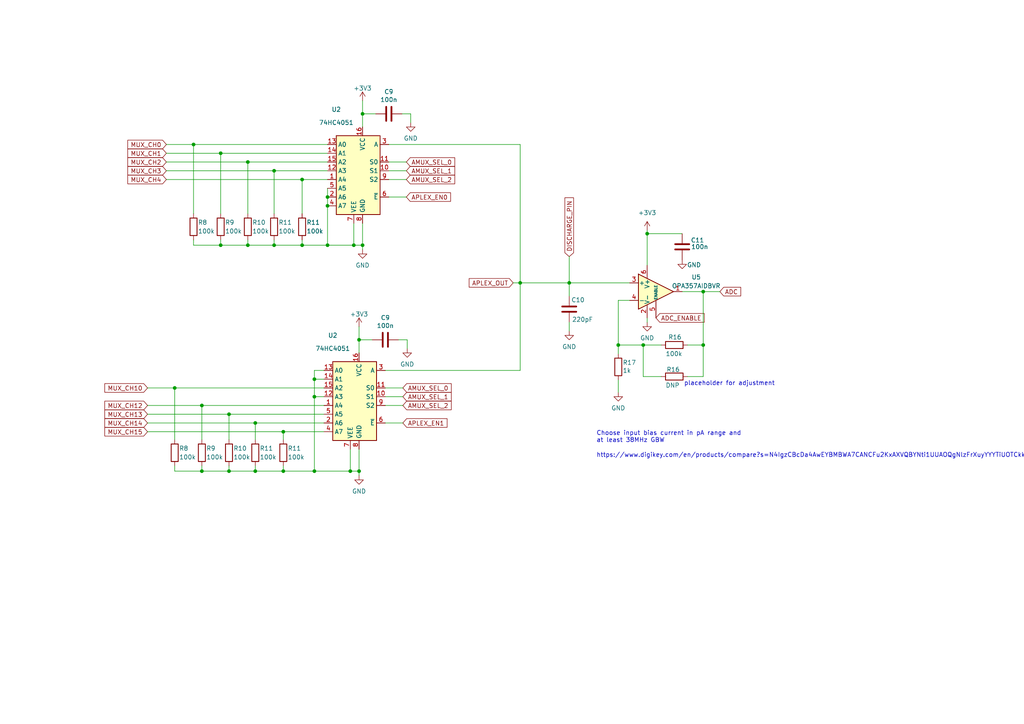
<source format=kicad_sch>
(kicad_sch (version 20230121) (generator eeschema)
  (paper "A4")
  (title_block (title "Le Capybara") (date "2023-09-01") (rev "0.2") (company "sporkus"))
  (lib_symbols
    (symbol "74xx:74HC4051"
      (property "Reference" "U" (at -5.08 11.43 0))
      (property "Value" "74HC4051" (at -7.62 -13.97 0))
      (symbol "74HC4051_0_1"
        (rectangle (start -5.08 10.16) (end 7.62 -12.7) (stroke (width 0.254)) (fill (type background)))
      )
      (symbol "74HC4051_1_1"
        (pin passive line (at 10.16 -2.54 180) (length 2.54) (name "A4") (number "1"))
        (pin input line (at -7.62 0 0) (length 2.54) (name "S1") (number "10"))
        (pin input line (at -7.62 2.54 0) (length 2.54) (name "S0") (number "11"))
        (pin passive line (at 10.16 0 180) (length 2.54) (name "A3") (number "12"))
        (pin passive line (at 10.16 7.62 180) (length 2.54) (name "A0") (number "13"))
        (pin passive line (at 10.16 5.08 180) (length 2.54) (name "A1") (number "14"))
        (pin passive line (at 10.16 2.54 180) (length 2.54) (name "A2") (number "15"))
        (pin power_in line (at 0 12.7 270) (length 2.54) (name "VCC") (number "16"))
        (pin passive line (at 10.16 -7.62 180) (length 2.54) (name "A6") (number "2"))
        (pin passive line (at -7.62 7.62 0) (length 2.54) (name "A") (number "3"))
        (pin passive line (at 10.16 -10.16 180) (length 2.54) (name "A7") (number "4"))
        (pin passive line (at 10.16 -5.08 180) (length 2.54) (name "A5") (number "5"))
        (pin input line (at -7.62 -7.62 0) (length 2.54) (name "~{E}") (number "6"))
        (pin power_in line (at 2.54 -15.24 90) (length 2.54) (name "VEE") (number "7"))
        (pin power_in line (at 0 -15.24 90) (length 2.54) (name "GND") (number "8"))
        (pin input line (at -7.62 -2.54 0) (length 2.54) (name "S2") (number "9"))
      )
    )
    (symbol "Amplifier_Operational:OPA355NA" (pin_names (offset 0.127))
      (property "Reference" "U" (at 3.81 3.81 0))
      (property "Value" "OPA355NA" (at 3.81 -3.81 0))
      (symbol "OPA355NA_0_1"
        (polyline (pts (xy -5.08 5.08) (xy 5.08 0) (xy -5.08 -5.08) (xy -5.08 5.08)) (stroke (width 0.254)) (fill (type background)))
      )
      (symbol "OPA355NA_1_1"
        (pin output line (at 7.62 0 180) (length 2.54) (name "~") (number "1"))
        (pin power_in line (at -2.54 -7.62 90) (length 3.81) (name "V-") (number "2"))
        (pin input line (at -7.62 2.54 0) (length 2.54) (name "+") (number "3"))
        (pin input line (at -7.62 -2.54 0) (length 2.54) (name "-") (number "4"))
        (pin input line (at 0 -7.62 90) (length 5.08) (name "ENABLE") (number "5"))
        (pin power_in line (at -2.54 7.62 270) (length 3.81) (name "V+") (number "6"))
      )
    )
    (symbol "Device:C" (pin_numbers hide) (pin_names (offset 0.254))
      (property "Reference" "C" (at 0.635 2.54 0))
      (property "Value" "C" (at 0.635 -2.54 0))
      (symbol "C_0_1"
        (polyline (pts (xy -2.032 -0.762) (xy 2.032 -0.762)) (stroke (width 0.508)))
        (polyline (pts (xy -2.032 0.762) (xy 2.032 0.762)) (stroke (width 0.508)))
      )
      (symbol "C_1_1"
        (pin passive line (at 0 3.81 270) (length 2.794) (name "~") (number "1"))
        (pin passive line (at 0 -3.81 90) (length 2.794) (name "~") (number "2"))
      )
    )
    (symbol "Device:R" (pin_numbers hide) (pin_names (offset 0))
      (property "Reference" "R" (at 2.032 0 90))
      (property "Value" "R" (at 0 0 90))
      (symbol "R_0_1"
        (rectangle (start -1.016 -2.54) (end 1.016 2.54) (stroke (width 0.254)))
      )
      (symbol "R_1_1"
        (pin passive line (at 0 3.81 270) (length 1.27) (name "~") (number "1"))
        (pin passive line (at 0 -3.81 90) (length 1.27) (name "~") (number "2"))
      )
    )
    (symbol "power:+3.3V" (power) (pin_names (offset 0))
      (property "Value" "+3.3V" (at 0 3.556 0))
      (symbol "+3.3V_0_1"
        (polyline (pts (xy -0.762 1.27) (xy 0 2.54)))
        (polyline (pts (xy 0 0) (xy 0 2.54)))
        (polyline (pts (xy 0 2.54) (xy 0.762 1.27)))
      )
      (symbol "+3.3V_1_1"
        (pin power_in line (at 0 0 90) (length 0) hide (name "+3V3") (number "1"))
      )
    )
    (symbol "power:GND" (power) (pin_names (offset 0))
      (property "Value" "GND" (at 0 -3.81 0))
      (symbol "GND_0_1"
        (polyline (pts (xy 0 0) (xy 0 -1.27) (xy 1.27 -1.27) (xy 0 -2.54) (xy -1.27 -1.27) (xy 0 -1.27)))
      )
      (symbol "GND_1_1"
        (pin power_in line (at 0 0 270) (length 0) hide (name "GND") (number "1"))
      )
    )
  )
  (junction (at 58.547 136.652))
  (junction (at 165.1 82.042))
  (junction (at 87.63 71.12))
  (junction (at 203.962 100.076))
  (junction (at 91.186 115.062))
  (junction (at 82.169 125.222))
  (junction (at 150.876 82.042))
  (junction (at 79.502 49.53))
  (junction (at 91.186 136.652))
  (junction (at 91.186 109.982))
  (junction (at 102.616 71.12))
  (junction (at 71.882 46.99))
  (junction (at 71.882 71.12))
  (junction (at 203.962 84.582))
  (junction (at 87.63 52.07))
  (junction (at 64.008 71.12))
  (junction (at 58.547 117.602))
  (junction (at 64.008 44.45))
  (junction (at 104.14 136.652))
  (junction (at 66.421 136.652))
  (junction (at 94.996 59.69))
  (junction (at 94.996 57.15))
  (junction (at 74.041 122.682))
  (junction (at 101.6 136.652))
  (junction (at 50.673 112.522))
  (junction (at 105.156 33.02))
  (junction (at 79.502 71.12))
  (junction (at 82.169 136.652))
  (junction (at 179.324 100.076))
  (junction (at 66.421 120.142))
  (junction (at 105.156 71.12))
  (junction (at 104.14 98.552))
  (junction (at 74.041 136.652))
  (junction (at 94.996 71.12))
  (junction (at 56.134 41.91))
  (junction (at 186.563 100.076))
  (junction (at 187.706 67.7734))
  (wire (pts (xy 74.041 122.682) (xy 93.98 122.682)))
  (wire (pts (xy 165.1 82.042) (xy 182.626 82.042)))
  (wire (pts (xy 79.502 69.596) (xy 79.502 71.12)))
  (wire (pts (xy 91.186 109.982) (xy 91.186 115.062)))
  (wire (pts (xy 94.996 52.07) (xy 87.63 52.07)))
  (wire (pts (xy 115.57 98.552) (xy 118.11 98.552)))
  (wire (pts (xy 119.126 33.02) (xy 119.126 35.56)))
  (wire (pts (xy 150.876 82.042) (xy 150.876 41.91)))
  (wire (pts (xy 87.63 61.976) (xy 87.63 52.07)))
  (wire (pts (xy 66.421 135.128) (xy 66.421 136.652)))
  (wire (pts (xy 112.776 41.91) (xy 150.876 41.91)))
  (wire (pts (xy 91.186 136.652) (xy 101.6 136.652)))
  (wire (pts (xy 117.856 57.15) (xy 112.776 57.15)))
  (wire (pts (xy 150.876 107.442) (xy 111.76 107.442)))
  (wire (pts (xy 82.169 135.128) (xy 82.169 136.652)))
  (wire (pts (xy 91.186 109.982) (xy 93.98 109.982)))
  (wire (pts (xy 50.673 112.522) (xy 93.98 112.522)))
  (wire (pts (xy 58.547 117.602) (xy 93.98 117.602)))
  (wire (pts (xy 105.156 33.02) (xy 105.156 36.83)))
  (wire (pts (xy 165.1 93.472) (xy 165.1 96.012)))
  (wire (pts (xy 199.39 100.076) (xy 203.962 100.076)))
  (wire (pts (xy 186.563 100.076) (xy 191.77 100.076)))
  (wire (pts (xy 112.776 52.07) (xy 117.856 52.07)))
  (wire (pts (xy 101.6 136.652) (xy 104.14 136.652)))
  (wire (pts (xy 94.996 49.53) (xy 79.502 49.53)))
  (wire (pts (xy 66.421 120.142) (xy 66.421 127.508)))
  (wire (pts (xy 187.706 67.7734) (xy 197.866 67.7734)))
  (wire (pts (xy 71.882 69.596) (xy 71.882 71.12)))
  (wire (pts (xy 48.26 44.45) (xy 64.008 44.45)))
  (wire (pts (xy 102.616 71.12) (xy 105.156 71.12)))
  (wire (pts (xy 58.547 117.602) (xy 58.547 127.508)))
  (wire (pts (xy 87.63 71.12) (xy 94.996 71.12)))
  (wire (pts (xy 82.169 125.222) (xy 82.169 127.508)))
  (wire (pts (xy 64.008 71.12) (xy 71.882 71.12)))
  (wire (pts (xy 150.876 107.442) (xy 150.876 82.042)))
  (wire (pts (xy 94.996 59.69) (xy 94.996 71.12)))
  (wire (pts (xy 101.6 130.302) (xy 101.6 136.652)))
  (wire (pts (xy 203.962 109.22) (xy 203.962 100.076)))
  (wire (pts (xy 203.962 84.582) (xy 197.866 84.582)))
  (wire (pts (xy 74.041 135.128) (xy 74.041 136.652)))
  (wire (pts (xy 111.76 112.522) (xy 116.84 112.522)))
  (wire (pts (xy 116.84 122.682) (xy 111.76 122.682)))
  (wire (pts (xy 56.134 41.91) (xy 94.996 41.91)))
  (wire (pts (xy 107.95 98.552) (xy 104.14 98.552)))
  (wire (pts (xy 42.799 125.222) (xy 82.169 125.222)))
  (wire (pts (xy 74.041 136.652) (xy 82.169 136.652)))
  (wire (pts (xy 105.156 72.39) (xy 105.156 71.12)))
  (wire (pts (xy 48.26 49.53) (xy 79.502 49.53)))
  (wire (pts (xy 118.11 98.552) (xy 118.11 101.092)))
  (wire (pts (xy 187.706 67.7734) (xy 187.706 76.962)))
  (wire (pts (xy 91.186 107.442) (xy 93.98 107.442)))
  (wire (pts (xy 102.616 64.77) (xy 102.616 71.12)))
  (wire (pts (xy 91.186 115.062) (xy 93.98 115.062)))
  (wire (pts (xy 150.876 82.042) (xy 165.1 82.042)))
  (wire (pts (xy 58.547 135.128) (xy 58.547 136.652)))
  (wire (pts (xy 50.673 112.522) (xy 50.673 127.508)))
  (wire (pts (xy 50.673 136.652) (xy 58.547 136.652)))
  (wire (pts (xy 56.134 71.12) (xy 64.008 71.12)))
  (wire (pts (xy 91.186 107.442) (xy 91.186 109.982)))
  (wire (pts (xy 82.169 125.222) (xy 93.98 125.222)))
  (wire (pts (xy 56.134 69.596) (xy 56.134 71.12)))
  (wire (pts (xy 105.156 64.77) (xy 105.156 71.12)))
  (wire (pts (xy 50.673 135.128) (xy 50.673 136.652)))
  (wire (pts (xy 91.186 115.062) (xy 91.186 136.652)))
  (wire (pts (xy 94.996 44.45) (xy 64.008 44.45)))
  (wire (pts (xy 203.962 84.582) (xy 203.962 100.076)))
  (wire (pts (xy 104.14 137.922) (xy 104.14 136.652)))
  (wire (pts (xy 105.156 29.21) (xy 105.156 33.02)))
  (wire (pts (xy 71.882 71.12) (xy 79.502 71.12)))
  (wire (pts (xy 58.547 136.652) (xy 66.421 136.652)))
  (wire (pts (xy 186.563 109.22) (xy 186.563 100.076)))
  (wire (pts (xy 111.76 115.062) (xy 116.84 115.062)))
  (wire (pts (xy 42.799 117.602) (xy 58.547 117.602)))
  (wire (pts (xy 48.26 52.07) (xy 87.63 52.07)))
  (wire (pts (xy 94.996 54.61) (xy 94.996 57.15)))
  (wire (pts (xy 112.776 49.53) (xy 117.856 49.53)))
  (wire (pts (xy 165.1 74.422) (xy 165.1 82.042)))
  (wire (pts (xy 71.882 61.976) (xy 71.882 46.99)))
  (wire (pts (xy 116.586 33.02) (xy 119.126 33.02)))
  (wire (pts (xy 165.1 82.042) (xy 165.1 85.852)))
  (wire (pts (xy 104.14 98.552) (xy 104.14 102.362)))
  (wire (pts (xy 111.76 117.602) (xy 116.84 117.602)))
  (wire (pts (xy 64.008 69.596) (xy 64.008 71.12)))
  (wire (pts (xy 82.169 136.652) (xy 91.186 136.652)))
  (wire (pts (xy 179.324 110.236) (xy 179.324 113.792)))
  (wire (pts (xy 64.008 61.976) (xy 64.008 44.45)))
  (wire (pts (xy 104.14 94.742) (xy 104.14 98.552)))
  (wire (pts (xy 199.39 109.22) (xy 203.962 109.22)))
  (wire (pts (xy 66.421 120.142) (xy 93.98 120.142)))
  (wire (pts (xy 104.14 130.302) (xy 104.14 136.652)))
  (wire (pts (xy 48.26 41.91) (xy 56.134 41.91)))
  (wire (pts (xy 108.966 33.02) (xy 105.156 33.02)))
  (wire (pts (xy 66.421 136.652) (xy 74.041 136.652)))
  (wire (pts (xy 48.26 46.99) (xy 71.882 46.99)))
  (wire (pts (xy 112.776 46.99) (xy 117.856 46.99)))
  (wire (pts (xy 42.799 120.142) (xy 66.421 120.142)))
  (wire (pts (xy 203.962 84.582) (xy 208.788 84.582)))
  (wire (pts (xy 94.996 57.15) (xy 94.996 59.69)))
  (wire (pts (xy 42.799 112.522) (xy 50.673 112.522)))
  (wire (pts (xy 186.563 109.22) (xy 191.77 109.22)))
  (wire (pts (xy 179.324 87.122) (xy 179.324 100.076)))
  (wire (pts (xy 187.706 66.802) (xy 187.706 67.7734)))
  (wire (pts (xy 94.996 71.12) (xy 102.616 71.12)))
  (wire (pts (xy 179.324 100.076) (xy 179.324 102.616)))
  (wire (pts (xy 94.996 46.99) (xy 71.882 46.99)))
  (wire (pts (xy 74.041 122.682) (xy 74.041 127.508)))
  (wire (pts (xy 148.844 82.042) (xy 150.876 82.042)))
  (wire (pts (xy 87.63 69.596) (xy 87.63 71.12)))
  (wire (pts (xy 42.799 122.682) (xy 74.041 122.682)))
  (wire (pts (xy 56.134 61.976) (xy 56.134 41.91)))
  (wire (pts (xy 187.706 92.202) (xy 187.706 93.472)))
  (wire (pts (xy 179.324 100.076) (xy 186.563 100.076)))
  (wire (pts (xy 179.324 87.122) (xy 182.626 87.122)))
  (wire (pts (xy 79.502 49.53) (xy 79.502 61.976)))
  (wire (pts (xy 79.502 71.12) (xy 87.63 71.12)))
  (text "placeholder for adjustment" (at 198.374 112.014 0) (effects (font (size 1.27 1.27)) (justify left bottom)))
  (text "https://www.digikey.com/en/products/compare?s=N4IgzCBcDa4AwEYBMBWA7CANCFu2KxAXVQBYNti1UUAOQgNlzFrXuyYYYTiUOTCkkATlIp%2BSMCiRJaCfmjSlaU8QF1spKCAD0AUwB2OgA4AnAPYATAK4BjAC4BnHQDMAlgBt7e0zo9uDPQBDXyCAW2N-dx9nAMd7U2sww3sg%2BzdzAwBac2Ms8ONHLIAjaxcXH3yI5wZWAH5HAF4AOVIASQBzACsAYQAhW3MAcQB3AGkRgEFSAEcOgFkALQBFIYBNAFF5yaQ%2Bg0njDoARZeOkAFUdt0n5kbbJjcnHDr62vr02gA9JgBlJyZG8ycXUckzCAAkZiM0PYABYuSwGcHgjakMAAKTc6L6IxGcE%2BADUAEoEkbGWgAN3MsPOIxQFLWvQAYsUjkEANYAT3Bbi4KA6AHkAF4MJnNIXLRY7Sb7I7GAAaY1hAAViqR0R5%2BbCwkLugB1IUzBgAUl2nzGKAFPTCPVs7L0tvm8s%2BHVsAGUZsY1sUNj0enrJj1ObYiR0CUcPOdTe8%2BudmtZ2XAGAShQTjHqgwwiaZItZFt0E9GxvZ2eikEFzj0gnpisIER5LHoCQgmfKACp6o5HNbNBjy%2BXFIXy8wCywdT4bGZE5aRtbRxbnc60UgeMJgeaKPSLWw9PQjI5C8w-Aw9aNBTk9eWTLqWIXKgV6DoeJD4LIC5pOWG0SykCkEjqTPKer3JMtiBigyyPJMBLLJMY59D8tiPHo8rLMI4IjGETJTEyYEbEoUHypybjNAYaycn0kxBBsHSdiMRJMm0TIbOcYBMpRGwbNG6KfBinweG0QrJNI5xCm4Qawn0Qp6HopAIJMYzLEGxg9GMepEuc6KLCgQQ9D81jOtGbacrB6JgEcfQLqYNKmJ85wzAg8o-Aw9lEm4YzorCJlupMbQEj0pBrG45x6m48xtm4tBrG2HiLJ88o9G2wxuvMRwdD08zLJy2JjH0fRtjWbQ9P86ITLQ4KkJMRxhNGQyfH0Ar3Ey5h9GMxl6EcjiLF0MyWGgYzgpMRakJBPTgsU6xtGE5jzAY5wIGgQQwbYWRuOCyz9i4xU9CsSDNJ8-QdJyQx9BSAFEmAHG0OYiwGCRYAbV0kyfG4cDonqAEgAAvkAA" (at 172.974 132.842 0) (effects (font (size 1.27 1.27)) (justify left bottom)))
  (text "Choose input bias current in pA range and\nat least 38MHz GBW" (at 172.974 128.524 0) (effects (font (size 1.27 1.27)) (justify left bottom)))
  (global_label "AMUX_SEL_2" (shape input) (at 117.856 52.07 0) (property "Intersheetrefs" "${INTERSHEET_REFS}" (effects hide)))
  (global_label "MUX_CH14" (shape input) (at 42.799 122.682 180) (property "Intersheetrefs" "${INTERSHEET_REFS}" (effects hide)))
  (global_label "AMUX_SEL_0" (shape input) (at 117.856 46.99 0) (property "Intersheetrefs" "${INTERSHEET_REFS}" (effects hide)))
  (global_label "MUX_CH3" (shape input) (at 48.26 49.53 180) (property "Intersheetrefs" "${INTERSHEET_REFS}" (effects hide)))
  (global_label "MUX_CH12" (shape input) (at 42.799 117.602 180) (property "Intersheetrefs" "${INTERSHEET_REFS}" (effects hide)))
  (global_label "ADC" (shape input) (at 208.788 84.582 0) (property "Intersheetrefs" "${INTERSHEET_REFS}" (effects hide)))
  (global_label "APLEX_EN0" (shape input) (at 117.856 57.15 0) (property "Intersheetrefs" "${INTERSHEET_REFS}" (effects hide)))
  (global_label "APLEX_OUT" (shape input) (at 148.844 82.042 180) (property "Intersheetrefs" "${INTERSHEET_REFS}" (effects hide)))
  (global_label "MUX_CH15" (shape input) (at 42.799 125.222 180) (property "Intersheetrefs" "${INTERSHEET_REFS}" (effects hide)))
  (global_label "ADC_ENABLE" (shape input) (at 190.246 92.202 0) (property "Intersheetrefs" "${INTERSHEET_REFS}" (effects hide)))
  (global_label "MUX_CH13" (shape input) (at 42.799 120.142 180) (property "Intersheetrefs" "${INTERSHEET_REFS}" (effects hide)))
  (global_label "DISCHARGE_PIN" (shape input) (at 165.1 74.422 90) (property "Intersheetrefs" "${INTERSHEET_REFS}" (effects hide)))
  (global_label "APLEX_EN1" (shape input) (at 116.84 122.682 0) (property "Intersheetrefs" "${INTERSHEET_REFS}" (effects hide)))
  (global_label "MUX_CH4" (shape input) (at 48.26 52.07 180) (property "Intersheetrefs" "${INTERSHEET_REFS}" (effects hide)))
  (global_label "MUX_CH10" (shape input) (at 42.799 112.522 180) (property "Intersheetrefs" "${INTERSHEET_REFS}" (effects hide)))
  (global_label "AMUX_SEL_0" (shape input) (at 116.84 112.522 0) (property "Intersheetrefs" "${INTERSHEET_REFS}" (effects hide)))
  (global_label "MUX_CH1" (shape input) (at 48.26 44.45 180) (property "Intersheetrefs" "${INTERSHEET_REFS}" (effects hide)))
  (global_label "AMUX_SEL_2" (shape input) (at 116.84 117.602 0) (property "Intersheetrefs" "${INTERSHEET_REFS}" (effects hide)))
  (global_label "MUX_CH2" (shape input) (at 48.26 46.99 180) (property "Intersheetrefs" "${INTERSHEET_REFS}" (effects hide)))
  (global_label "MUX_CH0" (shape input) (at 48.26 41.91 180) (property "Intersheetrefs" "${INTERSHEET_REFS}" (effects hide)))
  (global_label "AMUX_SEL_1" (shape input) (at 116.84 115.062 0) (property "Intersheetrefs" "${INTERSHEET_REFS}" (effects hide)))
  (global_label "AMUX_SEL_1" (shape input) (at 117.856 49.53 0) (property "Intersheetrefs" "${INTERSHEET_REFS}" (effects hide)))
  (symbol (lib_id "Device:R") (at 56.134 65.786 0) (unit 1)
    (property "Reference" "R8" (at 57.404 64.516 0) (effects (justify left)))
    (property "Value" "100k" (at 57.404 67.056 0) (effects (justify left)))
    (property "Footprint" "Resistor_SMD:R_0402_1005Metric" (effects hide))
    (property "LCSC" "C25741" (effects hide))
    (instances (project "analog" (path "" (reference "R8") (unit 1))) (project "le_zapybara" (path "" (reference "R7") (unit 1))) (project "EC60-Rev_1_1" (path "" (reference "R8") (unit 1))))
  )
  (symbol (lib_id "power:GND") (at 104.14 137.922 0) (unit 1)
    (property "Reference" "#PWR036" (effects hide))
    (property "Value" "GND" (at 104.14 142.4845 0))
  )
  (symbol (lib_id "Device:R") (at 195.58 109.22 270) (unit 1) (in_bom no)
    (property "Reference" "R16" (at 193.294 107.188 90) (effects (justify left)))
    (property "Value" "DNP" (at 193.04 111.76 90) (effects (justify left)))
    (property "Footprint" "Resistor_SMD:R_0402_1005Metric" (effects hide))
    (instances (project "analog" (path "" (reference "R16") (unit 1))) (project "le_zapybara" (path "" (reference "R18") (unit 1))) (project "EC60-Rev_1_1" (path "" (reference "R16") (unit 1))))
  )
  (symbol (lib_id "Device:R") (at 82.169 131.318 0) (unit 1)
    (property "Reference" "R11" (at 83.439 130.048 0) (effects (justify left)))
    (property "Value" "100k" (at 83.439 132.588 0) (effects (justify left)))
    (property "Footprint" "Resistor_SMD:R_0402_1005Metric" (effects hide))
    (property "LCSC" "C25741" (effects hide))
    (instances (project "analog" (path "" (reference "R11") (unit 1))) (project "le_zapybara" (path "" (reference "R17") (unit 1))) (project "EC60-Rev_1_1" (path "" (reference "R11") (unit 1))))
  )
  (symbol (lib_id "power:+3.3V") (at 105.156 29.21 0) (unit 1)
    (property "Reference" "#PWR033" (effects hide))
    (property "Value" "+3.3V" (at 105.156 25.6055 0))
    (instances (project "analog" (path "" (reference "#PWR033") (unit 1))) (project "le_zapybara" (path "" (reference "#PWR019") (unit 1))) (project "EC60-Rev_1_1" (path "" (reference "#PWR033") (unit 1))))
  )
  (symbol (lib_id "Device:C") (at 112.776 33.02 270) (unit 1)
    (property "Reference" "C9" (at 112.776 26.6192 90))
    (property "Value" "100n" (at 112.776 28.9306 90))
    (property "Footprint" "Capacitor_SMD:C_0402_1005Metric" (effects hide))
    (property "LCSC" "C307331" (effects hide))
    (instances (project "analog" (path "" (reference "C9") (unit 1))) (project "le_zapybara" (path "" (reference "C13") (unit 1))) (project "EC60-Rev_1_1" (path "" (reference "C9") (unit 1))))
  )
  (symbol (lib_id "power:GND") (at 119.126 35.56 0) (unit 1)
    (property "Reference" "#PWR034" (effects hide))
    (property "Value" "GND" (at 119.126 40.1225 0))
    (instances (project "analog" (path "" (reference "#PWR034") (unit 1))) (project "le_zapybara" (path "" (reference "#PWR020") (unit 1))) (project "EC60-Rev_1_1" (path "" (reference "#PWR034") (unit 1))))
  )
  (symbol (lib_id "Amplifier_Operational:OPA355NA") (at 190.246 84.582 0) (unit 1)
    (property "Reference" "U5" (at 201.93 80.3911 0))
    (property "Value" "OPA357AIDBVR" (at 201.93 82.9311 0))
    (property "Footprint" "Package_TO_SOT_SMD:SOT-23-6" (effects hide))
    (property "Datasheet" "http://www.ti.com/lit/ds/symlink/opa355.pdf" (effects hide))
    (property "LCSC" "C139385" (effects hide))
  )
  (symbol (lib_id "Device:R") (at 79.502 65.786 0) (unit 1)
    (property "Reference" "R11" (at 80.772 64.516 0) (effects (justify left)))
    (property "Value" "100k" (at 80.772 67.056 0) (effects (justify left)))
    (property "Footprint" "Resistor_SMD:R_0402_1005Metric" (effects hide))
    (property "LCSC" "C25741" (effects hide))
    (instances (project "analog" (path "" (reference "R11") (unit 1))) (project "le_zapybara" (path "" (reference "R10") (unit 1))) (project "EC60-Rev_1_1" (path "" (reference "R11") (unit 1))))
  )
  (symbol (lib_id "74xx:74HC4051") (at 105.156 49.53 0) (mirror y) (unit 1)
    (property "Reference" "U2" (at 97.536 31.75 0))
    (property "Value" "74HC4051" (at 97.536 35.56 0))
    (property "Footprint" "Package_SO:TSSOP-16_4.4x5mm_P0.65mm" (effects hide))
    (property "Datasheet" "http://www.ti.com/lit/ds/symlink/cd74hc4051.pdf" (effects hide))
    (property "LCSC" "C5645" (effects hide))
    (property "JlcRotOffset" "90" (effects hide))
    (instances (project "analog" (path "" (reference "U2") (unit 1))) (project "le_zapybara" (path "" (reference "U4") (unit 1))) (project "EC60-Rev_1_1" (path "" (reference "U2") (unit 1))))
  )
  (symbol (lib_id "power:GND") (at 118.11 101.092 0) (unit 1)
    (property "Reference" "#PWR034" (effects hide))
    (property "Value" "GND" (at 118.11 105.6545 0))
    (instances (project "analog" (path "" (reference "#PWR034") (unit 1))) (project "le_zapybara" (path "" (reference "#PWR035") (unit 1))) (project "EC60-Rev_1_1" (path "" (reference "#PWR034") (unit 1))))
  )
  (symbol (lib_id "power:+3.3V") (at 104.14 94.742 0) (unit 1)
    (property "Reference" "#PWR033" (effects hide))
    (property "Value" "+3.3V" (at 104.14 91.1375 0))
    (instances (project "analog" (path "" (reference "#PWR033") (unit 1))) (project "le_zapybara" (path "" (reference "#PWR034") (unit 1))) (project "EC60-Rev_1_1" (path "" (reference "#PWR033") (unit 1))))
  )
  (symbol (lib_id "power:GND") (at 187.706 93.472 0) (unit 1)
    (property "Reference" "#PWR041" (effects hide))
    (property "Value" "GND" (at 187.706 98.0345 0))
    (instances (project "analog" (path "" (reference "#PWR041") (unit 1))) (project "le_zapybara" (path "" (reference "#PWR028") (unit 1))) (project "EC60-Rev_1_1" (path "" (reference "#PWR041") (unit 1))))
  )
  (symbol (lib_id "power:GND") (at 179.324 113.792 0) (unit 1)
    (property "Reference" "#PWR041" (effects hide))
    (property "Value" "GND" (at 179.324 118.3545 0))
    (instances (project "analog" (path "" (reference "#PWR041") (unit 1))) (project "le_zapybara" (path "" (reference "#PWR032") (unit 1))) (project "EC60-Rev_1_1" (path "" (reference "#PWR041") (unit 1))))
  )
  (symbol (lib_id "Device:C") (at 197.866 71.5834 0) (mirror x) (unit 1)
    (property "Reference" "C11" (at 202.311 69.6784 0))
    (property "Value" "100n" (at 202.946 71.5834 0))
    (property "Footprint" "Capacitor_SMD:C_0402_1005Metric" (effects hide))
    (property "LCSC" "C307331" (effects hide))
    (instances (project "analog" (path "" (reference "C11") (unit 1))) (project "le_zapybara" (path "" (reference "C15") (unit 1))) (project "EC60-Rev_1_1" (path "" (reference "C11") (unit 1))))
  )
  (symbol (lib_id "Device:R") (at 87.63 65.786 0) (unit 1)
    (property "Reference" "R11" (at 88.9 64.516 0) (effects (justify left)))
    (property "Value" "100k" (at 88.9 67.056 0) (effects (justify left)))
    (property "Footprint" "Resistor_SMD:R_0402_1005Metric" (effects hide))
    (property "LCSC" "C25741" (effects hide))
  )
  (symbol (lib_id "power:GND") (at 105.156 72.39 0) (unit 1)
    (property "Reference" "#PWR036" (effects hide))
    (property "Value" "GND" (at 105.156 76.9525 0))
    (instances (project "analog" (path "" (reference "#PWR036") (unit 1))) (project "le_zapybara" (path "" (reference "#PWR031") (unit 1))) (project "EC60-Rev_1_1" (path "" (reference "#PWR036") (unit 1))))
  )
  (symbol (lib_id "Device:R") (at 74.041 131.318 0) (unit 1)
    (property "Reference" "R11" (at 75.311 130.048 0) (effects (justify left)))
    (property "Value" "100k" (at 75.311 132.588 0) (effects (justify left)))
    (property "Footprint" "Resistor_SMD:R_0402_1005Metric" (effects hide))
    (property "LCSC" "C25741" (effects hide))
    (instances (project "analog" (path "" (reference "R11") (unit 1))) (project "le_zapybara" (path "" (reference "R16") (unit 1))) (project "EC60-Rev_1_1" (path "" (reference "R11") (unit 1))))
  )
  (symbol (lib_id "Device:R") (at 195.58 100.076 270) (unit 1)
    (property "Reference" "R16" (at 193.802 97.79 90) (effects (justify left)))
    (property "Value" "100k" (at 193.04 102.616 90) (effects (justify left)))
    (property "Footprint" "Resistor_SMD:R_0402_1005Metric" (effects hide))
    (property "LCSC" "C25741" (effects hide))
    (instances (project "analog" (path "" (reference "R16") (unit 1))) (project "le_zapybara" (path "" (reference "R6") (unit 1))) (project "EC60-Rev_1_1" (path "" (reference "R16") (unit 1))))
  )
  (symbol (lib_id "Device:C") (at 111.76 98.552 270) (unit 1)
    (property "Reference" "C9" (at 111.76 92.1512 90))
    (property "Value" "100n" (at 111.76 94.4626 90))
    (property "Footprint" "Capacitor_SMD:C_0402_1005Metric" (effects hide))
    (property "LCSC" "C307331" (effects hide))
    (instances (project "analog" (path "" (reference "C9") (unit 1))) (project "le_zapybara" (path "" (reference "C16") (unit 1))) (project "EC60-Rev_1_1" (path "" (reference "C9") (unit 1))))
  )
  (symbol (lib_id "Device:C") (at 165.1 89.662 0) (unit 1)
    (property "Reference" "C10" (at 167.64 86.995 0))
    (property "Value" "220pF" (at 168.9534 92.6652 0))
    (property "Footprint" "Capacitor_SMD:C_0402_1005Metric" (effects hide))
    (property "LCSC" "C1530" (effects hide))
    (instances (project "analog" (path "" (reference "C10") (unit 1))) (project "le_zapybara" (path "" (reference "C14") (unit 1))) (project "EC60-Rev_1_1" (path "" (reference "C10") (unit 1))))
  )
  (symbol (lib_id "74xx:74HC4051") (at 104.14 115.062 0) (mirror y) (unit 1)
    (property "Reference" "U2" (at 96.52 97.282 0))
    (property "Value" "74HC4051" (at 96.52 101.092 0))
    (property "Footprint" "Package_SO:TSSOP-16_4.4x5mm_P0.65mm" (effects hide))
    (property "Datasheet" "http://www.ti.com/lit/ds/symlink/cd74hc4051.pdf" (effects hide))
    (property "LCSC" "C5645" (effects hide))
    (property "JlcRotOffset" "90" (effects hide))
    (instances (project "analog" (path "" (reference "U2") (unit 1))) (project "le_zapybara" (path "" (reference "U6") (unit 1))) (project "EC60-Rev_1_1" (path "" (reference "U2") (unit 1))))
  )
  (symbol (lib_id "Device:R") (at 71.882 65.786 0) (unit 1)
    (property "Reference" "R10" (at 73.152 64.516 0) (effects (justify left)))
    (property "Value" "100k" (at 73.152 67.056 0) (effects (justify left)))
    (property "Footprint" "Resistor_SMD:R_0402_1005Metric" (effects hide))
    (property "LCSC" "C25741" (effects hide))
    (instances (project "analog" (path "" (reference "R10") (unit 1))) (project "le_zapybara" (path "" (reference "R9") (unit 1))) (project "EC60-Rev_1_1" (path "" (reference "R10") (unit 1))))
  )
  (symbol (lib_id "Device:R") (at 58.547 131.318 0) (unit 1)
    (property "Reference" "R9" (at 59.817 130.048 0) (effects (justify left)))
    (property "Value" "100k" (at 59.817 132.588 0) (effects (justify left)))
    (property "Footprint" "Resistor_SMD:R_0402_1005Metric" (effects hide))
    (property "LCSC" "C25741" (effects hide))
    (instances (project "analog" (path "" (reference "R9") (unit 1))) (project "le_zapybara" (path "" (reference "R13") (unit 1))) (project "EC60-Rev_1_1" (path "" (reference "R9") (unit 1))))
  )
  (symbol (lib_id "Device:R") (at 50.673 131.318 0) (unit 1)
    (property "Reference" "R8" (at 51.943 130.048 0) (effects (justify left)))
    (property "Value" "100k" (at 51.943 132.588 0) (effects (justify left)))
    (property "Footprint" "Resistor_SMD:R_0402_1005Metric" (effects hide))
    (property "LCSC" "C25741" (effects hide))
    (instances (project "analog" (path "" (reference "R8") (unit 1))) (project "le_zapybara" (path "" (reference "R12") (unit 1))) (project "EC60-Rev_1_1" (path "" (reference "R8") (unit 1))))
  )
  (symbol (lib_id "power:GND") (at 165.1 96.012 0) (unit 1)
    (property "Reference" "#PWR037" (effects hide))
    (property "Value" "GND" (at 165.1 100.5745 0))
    (instances (project "analog" (path "" (reference "#PWR037") (unit 1))) (project "le_zapybara" (path "" (reference "#PWR029") (unit 1))) (project "EC60-Rev_1_1" (path "" (reference "#PWR037") (unit 1))))
  )
  (symbol (lib_id "Device:R") (at 66.421 131.318 0) (unit 1)
    (property "Reference" "R10" (at 67.691 130.048 0) (effects (justify left)))
    (property "Value" "100k" (at 67.691 132.588 0) (effects (justify left)))
    (property "Footprint" "Resistor_SMD:R_0402_1005Metric" (effects hide))
    (property "LCSC" "C25741" (effects hide))
    (instances (project "analog" (path "" (reference "R10") (unit 1))) (project "le_zapybara" (path "" (reference "R14") (unit 1))) (project "EC60-Rev_1_1" (path "" (reference "R10") (unit 1))))
  )
  (symbol (lib_id "Device:R") (at 64.008 65.786 0) (unit 1)
    (property "Reference" "R9" (at 65.278 64.516 0) (effects (justify left)))
    (property "Value" "100k" (at 65.278 67.056 0) (effects (justify left)))
    (property "Footprint" "Resistor_SMD:R_0402_1005Metric" (effects hide))
    (property "LCSC" "C25741" (effects hide))
    (instances (project "analog" (path "" (reference "R9") (unit 1))) (project "le_zapybara" (path "" (reference "R8") (unit 1))) (project "EC60-Rev_1_1" (path "" (reference "R9") (unit 1))))
  )
  (symbol (lib_id "power:+3.3V") (at 187.706 66.802 0) (unit 1)
    (property "Reference" "#PWR042" (effects hide))
    (property "Value" "+3.3V" (at 187.706 61.722 0))
    (instances (project "analog" (path "" (reference "#PWR042") (unit 1))) (project "le_zapybara" (path "" (reference "#PWR033") (unit 1))) (project "EC60-Rev_1_1" (path "" (reference "#PWR042") (unit 1))))
  )
  (symbol (lib_id "Device:R") (at 179.324 106.426 0) (unit 1)
    (property "Reference" "R17" (at 180.594 105.156 0) (effects (justify left)))
    (property "Value" "1k" (at 180.594 107.4674 0) (effects (justify left)))
    (property "Footprint" "Resistor_SMD:R_0402_1005Metric" (effects hide))
    (property "LCSC" "C11702" (effects hide))
    (instances (project "analog" (path "" (reference "R17") (unit 1))) (project "le_zapybara" (path "" (reference "R15") (unit 1))) (project "EC60-Rev_1_1" (path "" (reference "R17") (unit 1))))
  )
  (symbol (lib_id "power:GND") (at 197.866 75.3934 0) (unit 1)
    (property "Reference" "#PWR039" (effects hide))
    (property "Value" "GND" (at 201.295 76.835 0))
    (instances (project "analog" (path "" (reference "#PWR039") (unit 1))) (project "le_zapybara" (path "" (reference "#PWR030") (unit 1))) (project "EC60-Rev_1_1" (path "" (reference "#PWR039") (unit 1))))
  )
)
</source>
